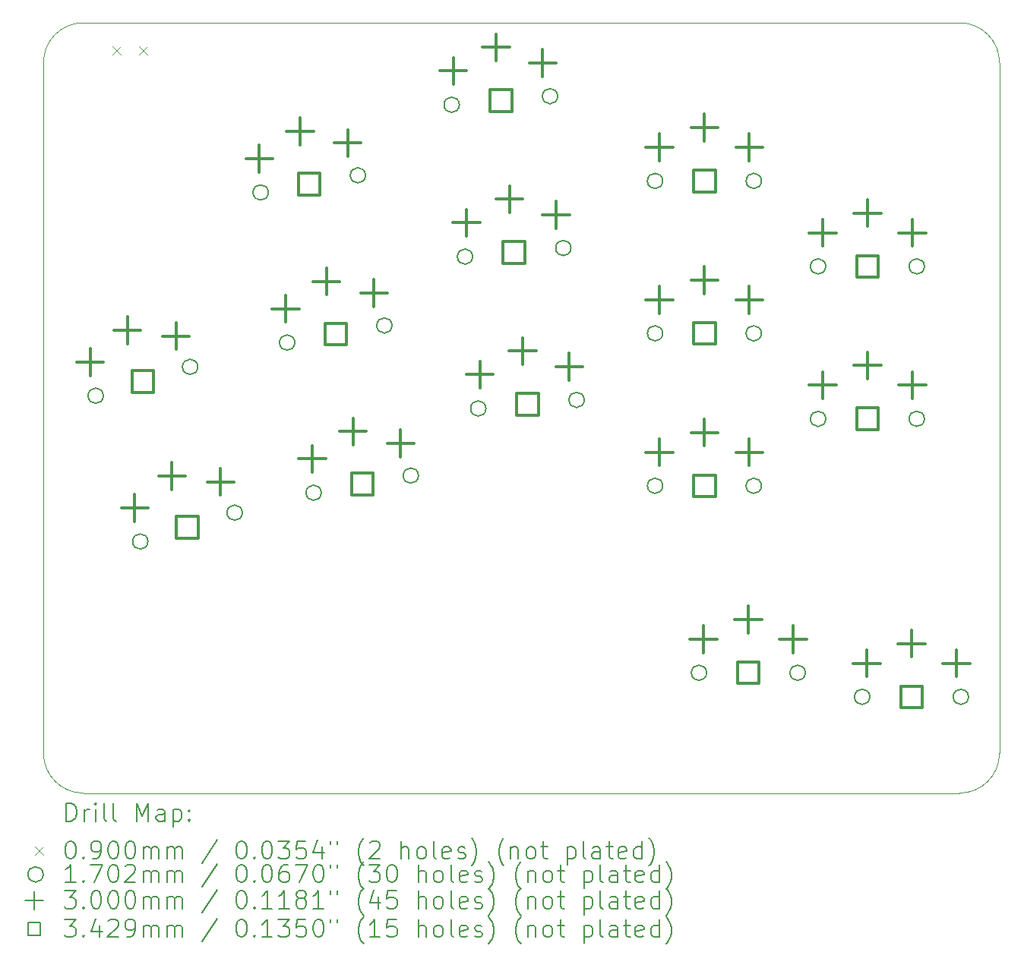
<source format=gbr>
%FSLAX45Y45*%
G04 Gerber Fmt 4.5, Leading zero omitted, Abs format (unit mm)*
G04 Created by KiCad (PCBNEW (6.0.4)) date 2022-07-21 23:49:03*
%MOMM*%
%LPD*%
G01*
G04 APERTURE LIST*
%TA.AperFunction,Profile*%
%ADD10C,0.050000*%
%TD*%
%ADD11C,0.200000*%
%ADD12C,0.090000*%
%ADD13C,0.170180*%
%ADD14C,0.300000*%
%ADD15C,0.342900*%
G04 APERTURE END LIST*
D10*
X14831618Y4125490D02*
X14831979Y11826325D01*
X4176485Y4125325D02*
G75*
G03*
X4620979Y3680825I444495J-5D01*
G01*
X14831985Y11826325D02*
G75*
G03*
X14387479Y12270825I-444505J-5D01*
G01*
X4620979Y3680825D02*
X14387118Y3680990D01*
X4176115Y11826612D02*
X4176479Y4125325D01*
X14387479Y12270825D02*
X4620615Y12271112D01*
X4620615Y12271112D02*
G75*
G03*
X4176115Y11826612I0J-444500D01*
G01*
X14387118Y3680991D02*
G75*
G03*
X14831618Y4125490I2J444499D01*
G01*
D11*
D12*
X4943941Y12005884D02*
X5033941Y11915884D01*
X5033941Y12005884D02*
X4943941Y11915884D01*
X5243941Y12005884D02*
X5333941Y11915884D01*
X5333941Y12005884D02*
X5243941Y11915884D01*
D13*
X4843348Y8112192D02*
G75*
G03*
X4843348Y8112192I-85090J0D01*
G01*
X5340380Y6486474D02*
G75*
G03*
X5340380Y6486474I-85090J0D01*
G01*
X5895283Y8433801D02*
G75*
G03*
X5895283Y8433801I-85090J0D01*
G01*
X6392315Y6808083D02*
G75*
G03*
X6392315Y6808083I-85090J0D01*
G01*
X6682157Y10379000D02*
G75*
G03*
X6682157Y10379000I-85090J0D01*
G01*
X6977359Y8704827D02*
G75*
G03*
X6977359Y8704827I-85090J0D01*
G01*
X7272560Y7030654D02*
G75*
G03*
X7272560Y7030654I-85090J0D01*
G01*
X7765445Y10570013D02*
G75*
G03*
X7765445Y10570013I-85090J0D01*
G01*
X8060647Y8895840D02*
G75*
G03*
X8060647Y8895840I-85090J0D01*
G01*
X8355849Y7221667D02*
G75*
G03*
X8355849Y7221667I-85090J0D01*
G01*
X8811183Y11357012D02*
G75*
G03*
X8811183Y11357012I-85090J0D01*
G01*
X8959347Y9663481D02*
G75*
G03*
X8959347Y9663481I-85090J0D01*
G01*
X9107512Y7969950D02*
G75*
G03*
X9107512Y7969950I-85090J0D01*
G01*
X9906997Y11452883D02*
G75*
G03*
X9906997Y11452883I-85090J0D01*
G01*
X10055161Y9759352D02*
G75*
G03*
X10055161Y9759352I-85090J0D01*
G01*
X10203326Y8065821D02*
G75*
G03*
X10203326Y8065821I-85090J0D01*
G01*
X11077569Y10507725D02*
G75*
G03*
X11077569Y10507725I-85090J0D01*
G01*
X11077569Y8807725D02*
G75*
G03*
X11077569Y8807725I-85090J0D01*
G01*
X11077569Y7107725D02*
G75*
G03*
X11077569Y7107725I-85090J0D01*
G01*
X11567205Y5022627D02*
G75*
G03*
X11567205Y5022627I-85090J0D01*
G01*
X12177569Y10507725D02*
G75*
G03*
X12177569Y10507725I-85090J0D01*
G01*
X12177569Y8807725D02*
G75*
G03*
X12177569Y8807725I-85090J0D01*
G01*
X12177569Y7107725D02*
G75*
G03*
X12177569Y7107725I-85090J0D01*
G01*
X12667205Y5022627D02*
G75*
G03*
X12667205Y5022627I-85090J0D01*
G01*
X12895039Y9554449D02*
G75*
G03*
X12895039Y9554449I-85090J0D01*
G01*
X12895039Y7854449D02*
G75*
G03*
X12895039Y7854449I-85090J0D01*
G01*
X13386269Y4754325D02*
G75*
G03*
X13386269Y4754325I-85090J0D01*
G01*
X13995039Y9554449D02*
G75*
G03*
X13995039Y9554449I-85090J0D01*
G01*
X13995039Y7854449D02*
G75*
G03*
X13995039Y7854449I-85090J0D01*
G01*
X14486269Y4754325D02*
G75*
G03*
X14486269Y4754325I-85090J0D01*
G01*
D14*
X4696434Y8635425D02*
X4696434Y8335425D01*
X4546434Y8485425D02*
X4846434Y8485425D01*
X5110265Y8991998D02*
X5110265Y8691998D01*
X4960265Y8841998D02*
X5260265Y8841998D01*
X5193466Y7009706D02*
X5193466Y6709706D01*
X5043466Y6859706D02*
X5343466Y6859706D01*
X5607297Y7366279D02*
X5607297Y7066279D01*
X5457297Y7216279D02*
X5757297Y7216279D01*
X5652739Y8927796D02*
X5652739Y8627796D01*
X5502739Y8777796D02*
X5802739Y8777796D01*
X6149771Y7302078D02*
X6149771Y7002078D01*
X5999771Y7152078D02*
X6299771Y7152078D01*
X6581189Y10906985D02*
X6581189Y10606985D01*
X6431189Y10756985D02*
X6731189Y10756985D01*
X6876391Y9232812D02*
X6876391Y8932812D01*
X6726391Y9082812D02*
X7026391Y9082812D01*
X7035390Y11210467D02*
X7035390Y10910467D01*
X6885390Y11060467D02*
X7185390Y11060467D01*
X7171593Y7558639D02*
X7171593Y7258639D01*
X7021593Y7408639D02*
X7321593Y7408639D01*
X7330592Y9536294D02*
X7330592Y9236294D01*
X7180592Y9386294D02*
X7480592Y9386294D01*
X7565997Y11080634D02*
X7565997Y10780634D01*
X7415997Y10930634D02*
X7715997Y10930634D01*
X7625794Y7862121D02*
X7625794Y7562121D01*
X7475794Y7712121D02*
X7775794Y7712121D01*
X7861199Y9406460D02*
X7861199Y9106460D01*
X7711199Y9256460D02*
X8011199Y9256460D01*
X8156401Y7732287D02*
X8156401Y7432287D01*
X8006401Y7582287D02*
X8306401Y7582287D01*
X8743219Y11884943D02*
X8743219Y11584943D01*
X8593219Y11734943D02*
X8893219Y11734943D01*
X8891384Y10191412D02*
X8891384Y9891412D01*
X8741384Y10041412D02*
X9041384Y10041412D01*
X9039548Y8497881D02*
X9039548Y8197881D01*
X8889548Y8347881D02*
X9189548Y8347881D01*
X9222142Y12147683D02*
X9222142Y11847683D01*
X9072142Y11997683D02*
X9372142Y11997683D01*
X9370307Y10454153D02*
X9370307Y10154153D01*
X9220307Y10304153D02*
X9520307Y10304153D01*
X9518471Y8760622D02*
X9518471Y8460622D01*
X9368471Y8610622D02*
X9668471Y8610622D01*
X9739414Y11972098D02*
X9739414Y11672098D01*
X9589414Y11822098D02*
X9889414Y11822098D01*
X9887578Y10278568D02*
X9887578Y9978568D01*
X9737578Y10128568D02*
X10037578Y10128568D01*
X10035743Y8585037D02*
X10035743Y8285036D01*
X9885743Y8435037D02*
X10185743Y8435037D01*
X11042479Y11032725D02*
X11042479Y10732725D01*
X10892479Y10882725D02*
X11192479Y10882725D01*
X11042479Y9332725D02*
X11042479Y9032725D01*
X10892479Y9182725D02*
X11192479Y9182725D01*
X11042479Y7632725D02*
X11042479Y7332725D01*
X10892479Y7482725D02*
X11192479Y7482725D01*
X11532115Y5547627D02*
X11532115Y5247627D01*
X11382115Y5397627D02*
X11682115Y5397627D01*
X11542479Y11252725D02*
X11542479Y10952725D01*
X11392479Y11102725D02*
X11692479Y11102725D01*
X11542479Y9552725D02*
X11542479Y9252725D01*
X11392479Y9402725D02*
X11692479Y9402725D01*
X11542479Y7852725D02*
X11542479Y7552725D01*
X11392479Y7702725D02*
X11692479Y7702725D01*
X12032115Y5767627D02*
X12032115Y5467627D01*
X11882115Y5617627D02*
X12182115Y5617627D01*
X12042479Y11032725D02*
X12042479Y10732725D01*
X11892479Y10882725D02*
X12192479Y10882725D01*
X12042479Y9332725D02*
X12042479Y9032725D01*
X11892479Y9182725D02*
X12192479Y9182725D01*
X12042479Y7632725D02*
X12042479Y7332725D01*
X11892479Y7482725D02*
X12192479Y7482725D01*
X12532115Y5547627D02*
X12532115Y5247627D01*
X12382115Y5397627D02*
X12682115Y5397627D01*
X12859949Y10079449D02*
X12859949Y9779449D01*
X12709949Y9929449D02*
X13009949Y9929449D01*
X12859949Y8379449D02*
X12859949Y8079449D01*
X12709949Y8229449D02*
X13009949Y8229449D01*
X13351179Y5279325D02*
X13351179Y4979325D01*
X13201179Y5129325D02*
X13501179Y5129325D01*
X13359949Y10299449D02*
X13359949Y9999449D01*
X13209949Y10149449D02*
X13509949Y10149449D01*
X13359949Y8599449D02*
X13359949Y8299449D01*
X13209949Y8449449D02*
X13509949Y8449449D01*
X13851179Y5499325D02*
X13851179Y5199325D01*
X13701179Y5349325D02*
X14001179Y5349325D01*
X13859949Y10079449D02*
X13859949Y9779449D01*
X13709949Y9929449D02*
X14009949Y9929449D01*
X13859949Y8379449D02*
X13859949Y8079449D01*
X13709949Y8229449D02*
X14009949Y8229449D01*
X14351179Y5279325D02*
X14351179Y4979325D01*
X14201179Y5129325D02*
X14501179Y5129325D01*
D15*
X5405461Y8151762D02*
X5405461Y8394231D01*
X5162991Y8394231D01*
X5162991Y8151762D01*
X5405461Y8151762D01*
X5902492Y6526044D02*
X5902492Y6768513D01*
X5660023Y6768513D01*
X5660023Y6526044D01*
X5902492Y6526044D01*
X7259946Y10353272D02*
X7259946Y10595741D01*
X7017476Y10595741D01*
X7017476Y10353272D01*
X7259946Y10353272D01*
X7555147Y8679099D02*
X7555147Y8921568D01*
X7312678Y8921568D01*
X7312678Y8679099D01*
X7555147Y8679099D01*
X7850349Y7004926D02*
X7850349Y7247395D01*
X7607880Y7247395D01*
X7607880Y7004926D01*
X7850349Y7004926D01*
X9395234Y11283713D02*
X9395234Y11526182D01*
X9152765Y11526182D01*
X9152765Y11283713D01*
X9395234Y11283713D01*
X9543399Y9590182D02*
X9543399Y9832651D01*
X9300930Y9832651D01*
X9300930Y9590182D01*
X9543399Y9590182D01*
X9691564Y7896651D02*
X9691564Y8139120D01*
X9449095Y8139120D01*
X9449095Y7896651D01*
X9691564Y7896651D01*
X11663714Y10386491D02*
X11663714Y10628960D01*
X11421244Y10628960D01*
X11421244Y10386491D01*
X11663714Y10386491D01*
X11663714Y8686491D02*
X11663714Y8928960D01*
X11421244Y8928960D01*
X11421244Y8686491D01*
X11663714Y8686491D01*
X11663714Y6986491D02*
X11663714Y7228960D01*
X11421244Y7228960D01*
X11421244Y6986491D01*
X11663714Y6986491D01*
X12153350Y4901393D02*
X12153350Y5143862D01*
X11910881Y5143862D01*
X11910881Y4901393D01*
X12153350Y4901393D01*
X13481184Y9433215D02*
X13481184Y9675684D01*
X13238715Y9675684D01*
X13238715Y9433215D01*
X13481184Y9433215D01*
X13481184Y7733214D02*
X13481184Y7975684D01*
X13238715Y7975684D01*
X13238715Y7733214D01*
X13481184Y7733214D01*
X13972414Y4633091D02*
X13972414Y4875560D01*
X13729945Y4875560D01*
X13729945Y4633091D01*
X13972414Y4633091D01*
D11*
X4431234Y3367849D02*
X4431234Y3567849D01*
X4478853Y3567849D01*
X4507424Y3558325D01*
X4526472Y3539278D01*
X4535996Y3520230D01*
X4545520Y3482135D01*
X4545520Y3453563D01*
X4535996Y3415468D01*
X4526472Y3396421D01*
X4507424Y3377373D01*
X4478853Y3367849D01*
X4431234Y3367849D01*
X4631234Y3367849D02*
X4631234Y3501182D01*
X4631234Y3463087D02*
X4640758Y3482135D01*
X4650282Y3491659D01*
X4669329Y3501182D01*
X4688377Y3501182D01*
X4755043Y3367849D02*
X4755043Y3501182D01*
X4755043Y3567849D02*
X4745520Y3558325D01*
X4755043Y3548801D01*
X4764567Y3558325D01*
X4755043Y3567849D01*
X4755043Y3548801D01*
X4878853Y3367849D02*
X4859805Y3377373D01*
X4850282Y3396421D01*
X4850282Y3567849D01*
X4983615Y3367849D02*
X4964567Y3377373D01*
X4955043Y3396421D01*
X4955043Y3567849D01*
X5212186Y3367849D02*
X5212186Y3567849D01*
X5278853Y3424992D01*
X5345520Y3567849D01*
X5345520Y3367849D01*
X5526472Y3367849D02*
X5526472Y3472611D01*
X5516948Y3491659D01*
X5497901Y3501182D01*
X5459805Y3501182D01*
X5440758Y3491659D01*
X5526472Y3377373D02*
X5507424Y3367849D01*
X5459805Y3367849D01*
X5440758Y3377373D01*
X5431234Y3396421D01*
X5431234Y3415468D01*
X5440758Y3434516D01*
X5459805Y3444040D01*
X5507424Y3444040D01*
X5526472Y3453563D01*
X5621710Y3501182D02*
X5621710Y3301182D01*
X5621710Y3491659D02*
X5640758Y3501182D01*
X5678853Y3501182D01*
X5697901Y3491659D01*
X5707424Y3482135D01*
X5716948Y3463087D01*
X5716948Y3405944D01*
X5707424Y3386897D01*
X5697901Y3377373D01*
X5678853Y3367849D01*
X5640758Y3367849D01*
X5621710Y3377373D01*
X5802662Y3386897D02*
X5812186Y3377373D01*
X5802662Y3367849D01*
X5793139Y3377373D01*
X5802662Y3386897D01*
X5802662Y3367849D01*
X5802662Y3491659D02*
X5812186Y3482135D01*
X5802662Y3472611D01*
X5793139Y3482135D01*
X5802662Y3491659D01*
X5802662Y3472611D01*
D12*
X4083615Y3083325D02*
X4173615Y2993325D01*
X4173615Y3083325D02*
X4083615Y2993325D01*
D11*
X4469329Y3147849D02*
X4488377Y3147849D01*
X4507424Y3138325D01*
X4516948Y3128801D01*
X4526472Y3109754D01*
X4535996Y3071659D01*
X4535996Y3024040D01*
X4526472Y2985944D01*
X4516948Y2966897D01*
X4507424Y2957373D01*
X4488377Y2947849D01*
X4469329Y2947849D01*
X4450282Y2957373D01*
X4440758Y2966897D01*
X4431234Y2985944D01*
X4421710Y3024040D01*
X4421710Y3071659D01*
X4431234Y3109754D01*
X4440758Y3128801D01*
X4450282Y3138325D01*
X4469329Y3147849D01*
X4621710Y2966897D02*
X4631234Y2957373D01*
X4621710Y2947849D01*
X4612186Y2957373D01*
X4621710Y2966897D01*
X4621710Y2947849D01*
X4726472Y2947849D02*
X4764567Y2947849D01*
X4783615Y2957373D01*
X4793139Y2966897D01*
X4812186Y2995468D01*
X4821710Y3033563D01*
X4821710Y3109754D01*
X4812186Y3128801D01*
X4802663Y3138325D01*
X4783615Y3147849D01*
X4745520Y3147849D01*
X4726472Y3138325D01*
X4716948Y3128801D01*
X4707424Y3109754D01*
X4707424Y3062135D01*
X4716948Y3043087D01*
X4726472Y3033563D01*
X4745520Y3024040D01*
X4783615Y3024040D01*
X4802663Y3033563D01*
X4812186Y3043087D01*
X4821710Y3062135D01*
X4945520Y3147849D02*
X4964567Y3147849D01*
X4983615Y3138325D01*
X4993139Y3128801D01*
X5002663Y3109754D01*
X5012186Y3071659D01*
X5012186Y3024040D01*
X5002663Y2985944D01*
X4993139Y2966897D01*
X4983615Y2957373D01*
X4964567Y2947849D01*
X4945520Y2947849D01*
X4926472Y2957373D01*
X4916948Y2966897D01*
X4907424Y2985944D01*
X4897901Y3024040D01*
X4897901Y3071659D01*
X4907424Y3109754D01*
X4916948Y3128801D01*
X4926472Y3138325D01*
X4945520Y3147849D01*
X5135996Y3147849D02*
X5155043Y3147849D01*
X5174091Y3138325D01*
X5183615Y3128801D01*
X5193139Y3109754D01*
X5202663Y3071659D01*
X5202663Y3024040D01*
X5193139Y2985944D01*
X5183615Y2966897D01*
X5174091Y2957373D01*
X5155043Y2947849D01*
X5135996Y2947849D01*
X5116948Y2957373D01*
X5107424Y2966897D01*
X5097901Y2985944D01*
X5088377Y3024040D01*
X5088377Y3071659D01*
X5097901Y3109754D01*
X5107424Y3128801D01*
X5116948Y3138325D01*
X5135996Y3147849D01*
X5288377Y2947849D02*
X5288377Y3081182D01*
X5288377Y3062135D02*
X5297901Y3071659D01*
X5316948Y3081182D01*
X5345520Y3081182D01*
X5364567Y3071659D01*
X5374091Y3052611D01*
X5374091Y2947849D01*
X5374091Y3052611D02*
X5383615Y3071659D01*
X5402663Y3081182D01*
X5431234Y3081182D01*
X5450282Y3071659D01*
X5459805Y3052611D01*
X5459805Y2947849D01*
X5555043Y2947849D02*
X5555043Y3081182D01*
X5555043Y3062135D02*
X5564567Y3071659D01*
X5583615Y3081182D01*
X5612186Y3081182D01*
X5631234Y3071659D01*
X5640758Y3052611D01*
X5640758Y2947849D01*
X5640758Y3052611D02*
X5650281Y3071659D01*
X5669329Y3081182D01*
X5697901Y3081182D01*
X5716948Y3071659D01*
X5726472Y3052611D01*
X5726472Y2947849D01*
X6116948Y3157373D02*
X5945520Y2900230D01*
X6374091Y3147849D02*
X6393139Y3147849D01*
X6412186Y3138325D01*
X6421710Y3128801D01*
X6431234Y3109754D01*
X6440758Y3071659D01*
X6440758Y3024040D01*
X6431234Y2985944D01*
X6421710Y2966897D01*
X6412186Y2957373D01*
X6393139Y2947849D01*
X6374091Y2947849D01*
X6355043Y2957373D01*
X6345520Y2966897D01*
X6335996Y2985944D01*
X6326472Y3024040D01*
X6326472Y3071659D01*
X6335996Y3109754D01*
X6345520Y3128801D01*
X6355043Y3138325D01*
X6374091Y3147849D01*
X6526472Y2966897D02*
X6535996Y2957373D01*
X6526472Y2947849D01*
X6516948Y2957373D01*
X6526472Y2966897D01*
X6526472Y2947849D01*
X6659805Y3147849D02*
X6678853Y3147849D01*
X6697901Y3138325D01*
X6707424Y3128801D01*
X6716948Y3109754D01*
X6726472Y3071659D01*
X6726472Y3024040D01*
X6716948Y2985944D01*
X6707424Y2966897D01*
X6697901Y2957373D01*
X6678853Y2947849D01*
X6659805Y2947849D01*
X6640758Y2957373D01*
X6631234Y2966897D01*
X6621710Y2985944D01*
X6612186Y3024040D01*
X6612186Y3071659D01*
X6621710Y3109754D01*
X6631234Y3128801D01*
X6640758Y3138325D01*
X6659805Y3147849D01*
X6793139Y3147849D02*
X6916948Y3147849D01*
X6850281Y3071659D01*
X6878853Y3071659D01*
X6897901Y3062135D01*
X6907424Y3052611D01*
X6916948Y3033563D01*
X6916948Y2985944D01*
X6907424Y2966897D01*
X6897901Y2957373D01*
X6878853Y2947849D01*
X6821710Y2947849D01*
X6802662Y2957373D01*
X6793139Y2966897D01*
X7097901Y3147849D02*
X7002662Y3147849D01*
X6993139Y3052611D01*
X7002662Y3062135D01*
X7021710Y3071659D01*
X7069329Y3071659D01*
X7088377Y3062135D01*
X7097901Y3052611D01*
X7107424Y3033563D01*
X7107424Y2985944D01*
X7097901Y2966897D01*
X7088377Y2957373D01*
X7069329Y2947849D01*
X7021710Y2947849D01*
X7002662Y2957373D01*
X6993139Y2966897D01*
X7278853Y3081182D02*
X7278853Y2947849D01*
X7231234Y3157373D02*
X7183615Y3014516D01*
X7307424Y3014516D01*
X7374091Y3147849D02*
X7374091Y3109754D01*
X7450281Y3147849D02*
X7450281Y3109754D01*
X7745520Y2871659D02*
X7735996Y2881182D01*
X7716948Y2909754D01*
X7707424Y2928801D01*
X7697901Y2957373D01*
X7688377Y3004992D01*
X7688377Y3043087D01*
X7697901Y3090706D01*
X7707424Y3119278D01*
X7716948Y3138325D01*
X7735996Y3166897D01*
X7745520Y3176421D01*
X7812186Y3128801D02*
X7821710Y3138325D01*
X7840758Y3147849D01*
X7888377Y3147849D01*
X7907424Y3138325D01*
X7916948Y3128801D01*
X7926472Y3109754D01*
X7926472Y3090706D01*
X7916948Y3062135D01*
X7802662Y2947849D01*
X7926472Y2947849D01*
X8164567Y2947849D02*
X8164567Y3147849D01*
X8250281Y2947849D02*
X8250281Y3052611D01*
X8240758Y3071659D01*
X8221710Y3081182D01*
X8193139Y3081182D01*
X8174091Y3071659D01*
X8164567Y3062135D01*
X8374091Y2947849D02*
X8355043Y2957373D01*
X8345520Y2966897D01*
X8335996Y2985944D01*
X8335996Y3043087D01*
X8345520Y3062135D01*
X8355043Y3071659D01*
X8374091Y3081182D01*
X8402663Y3081182D01*
X8421710Y3071659D01*
X8431234Y3062135D01*
X8440758Y3043087D01*
X8440758Y2985944D01*
X8431234Y2966897D01*
X8421710Y2957373D01*
X8402663Y2947849D01*
X8374091Y2947849D01*
X8555043Y2947849D02*
X8535996Y2957373D01*
X8526472Y2976421D01*
X8526472Y3147849D01*
X8707424Y2957373D02*
X8688377Y2947849D01*
X8650282Y2947849D01*
X8631234Y2957373D01*
X8621710Y2976421D01*
X8621710Y3052611D01*
X8631234Y3071659D01*
X8650282Y3081182D01*
X8688377Y3081182D01*
X8707424Y3071659D01*
X8716948Y3052611D01*
X8716948Y3033563D01*
X8621710Y3014516D01*
X8793139Y2957373D02*
X8812186Y2947849D01*
X8850282Y2947849D01*
X8869329Y2957373D01*
X8878853Y2976421D01*
X8878853Y2985944D01*
X8869329Y3004992D01*
X8850282Y3014516D01*
X8821710Y3014516D01*
X8802663Y3024040D01*
X8793139Y3043087D01*
X8793139Y3052611D01*
X8802663Y3071659D01*
X8821710Y3081182D01*
X8850282Y3081182D01*
X8869329Y3071659D01*
X8945520Y2871659D02*
X8955043Y2881182D01*
X8974091Y2909754D01*
X8983615Y2928801D01*
X8993139Y2957373D01*
X9002663Y3004992D01*
X9002663Y3043087D01*
X8993139Y3090706D01*
X8983615Y3119278D01*
X8974091Y3138325D01*
X8955043Y3166897D01*
X8945520Y3176421D01*
X9307424Y2871659D02*
X9297901Y2881182D01*
X9278853Y2909754D01*
X9269329Y2928801D01*
X9259805Y2957373D01*
X9250282Y3004992D01*
X9250282Y3043087D01*
X9259805Y3090706D01*
X9269329Y3119278D01*
X9278853Y3138325D01*
X9297901Y3166897D01*
X9307424Y3176421D01*
X9383615Y3081182D02*
X9383615Y2947849D01*
X9383615Y3062135D02*
X9393139Y3071659D01*
X9412186Y3081182D01*
X9440758Y3081182D01*
X9459805Y3071659D01*
X9469329Y3052611D01*
X9469329Y2947849D01*
X9593139Y2947849D02*
X9574091Y2957373D01*
X9564567Y2966897D01*
X9555043Y2985944D01*
X9555043Y3043087D01*
X9564567Y3062135D01*
X9574091Y3071659D01*
X9593139Y3081182D01*
X9621710Y3081182D01*
X9640758Y3071659D01*
X9650282Y3062135D01*
X9659805Y3043087D01*
X9659805Y2985944D01*
X9650282Y2966897D01*
X9640758Y2957373D01*
X9621710Y2947849D01*
X9593139Y2947849D01*
X9716948Y3081182D02*
X9793139Y3081182D01*
X9745520Y3147849D02*
X9745520Y2976421D01*
X9755043Y2957373D01*
X9774091Y2947849D01*
X9793139Y2947849D01*
X10012186Y3081182D02*
X10012186Y2881182D01*
X10012186Y3071659D02*
X10031234Y3081182D01*
X10069329Y3081182D01*
X10088377Y3071659D01*
X10097901Y3062135D01*
X10107424Y3043087D01*
X10107424Y2985944D01*
X10097901Y2966897D01*
X10088377Y2957373D01*
X10069329Y2947849D01*
X10031234Y2947849D01*
X10012186Y2957373D01*
X10221710Y2947849D02*
X10202663Y2957373D01*
X10193139Y2976421D01*
X10193139Y3147849D01*
X10383615Y2947849D02*
X10383615Y3052611D01*
X10374091Y3071659D01*
X10355043Y3081182D01*
X10316948Y3081182D01*
X10297901Y3071659D01*
X10383615Y2957373D02*
X10364567Y2947849D01*
X10316948Y2947849D01*
X10297901Y2957373D01*
X10288377Y2976421D01*
X10288377Y2995468D01*
X10297901Y3014516D01*
X10316948Y3024040D01*
X10364567Y3024040D01*
X10383615Y3033563D01*
X10450282Y3081182D02*
X10526472Y3081182D01*
X10478853Y3147849D02*
X10478853Y2976421D01*
X10488377Y2957373D01*
X10507424Y2947849D01*
X10526472Y2947849D01*
X10669329Y2957373D02*
X10650282Y2947849D01*
X10612186Y2947849D01*
X10593139Y2957373D01*
X10583615Y2976421D01*
X10583615Y3052611D01*
X10593139Y3071659D01*
X10612186Y3081182D01*
X10650282Y3081182D01*
X10669329Y3071659D01*
X10678853Y3052611D01*
X10678853Y3033563D01*
X10583615Y3014516D01*
X10850282Y2947849D02*
X10850282Y3147849D01*
X10850282Y2957373D02*
X10831234Y2947849D01*
X10793139Y2947849D01*
X10774091Y2957373D01*
X10764567Y2966897D01*
X10755043Y2985944D01*
X10755043Y3043087D01*
X10764567Y3062135D01*
X10774091Y3071659D01*
X10793139Y3081182D01*
X10831234Y3081182D01*
X10850282Y3071659D01*
X10926472Y2871659D02*
X10935996Y2881182D01*
X10955043Y2909754D01*
X10964567Y2928801D01*
X10974091Y2957373D01*
X10983615Y3004992D01*
X10983615Y3043087D01*
X10974091Y3090706D01*
X10964567Y3119278D01*
X10955043Y3138325D01*
X10935996Y3166897D01*
X10926472Y3176421D01*
D13*
X4173615Y2774325D02*
G75*
G03*
X4173615Y2774325I-85090J0D01*
G01*
D11*
X4535996Y2683849D02*
X4421710Y2683849D01*
X4478853Y2683849D02*
X4478853Y2883849D01*
X4459805Y2855278D01*
X4440758Y2836230D01*
X4421710Y2826706D01*
X4621710Y2702897D02*
X4631234Y2693373D01*
X4621710Y2683849D01*
X4612186Y2693373D01*
X4621710Y2702897D01*
X4621710Y2683849D01*
X4697901Y2883849D02*
X4831234Y2883849D01*
X4745520Y2683849D01*
X4945520Y2883849D02*
X4964567Y2883849D01*
X4983615Y2874325D01*
X4993139Y2864801D01*
X5002663Y2845754D01*
X5012186Y2807659D01*
X5012186Y2760040D01*
X5002663Y2721944D01*
X4993139Y2702897D01*
X4983615Y2693373D01*
X4964567Y2683849D01*
X4945520Y2683849D01*
X4926472Y2693373D01*
X4916948Y2702897D01*
X4907424Y2721944D01*
X4897901Y2760040D01*
X4897901Y2807659D01*
X4907424Y2845754D01*
X4916948Y2864801D01*
X4926472Y2874325D01*
X4945520Y2883849D01*
X5088377Y2864801D02*
X5097901Y2874325D01*
X5116948Y2883849D01*
X5164567Y2883849D01*
X5183615Y2874325D01*
X5193139Y2864801D01*
X5202663Y2845754D01*
X5202663Y2826706D01*
X5193139Y2798135D01*
X5078853Y2683849D01*
X5202663Y2683849D01*
X5288377Y2683849D02*
X5288377Y2817182D01*
X5288377Y2798135D02*
X5297901Y2807659D01*
X5316948Y2817182D01*
X5345520Y2817182D01*
X5364567Y2807659D01*
X5374091Y2788611D01*
X5374091Y2683849D01*
X5374091Y2788611D02*
X5383615Y2807659D01*
X5402663Y2817182D01*
X5431234Y2817182D01*
X5450282Y2807659D01*
X5459805Y2788611D01*
X5459805Y2683849D01*
X5555043Y2683849D02*
X5555043Y2817182D01*
X5555043Y2798135D02*
X5564567Y2807659D01*
X5583615Y2817182D01*
X5612186Y2817182D01*
X5631234Y2807659D01*
X5640758Y2788611D01*
X5640758Y2683849D01*
X5640758Y2788611D02*
X5650281Y2807659D01*
X5669329Y2817182D01*
X5697901Y2817182D01*
X5716948Y2807659D01*
X5726472Y2788611D01*
X5726472Y2683849D01*
X6116948Y2893373D02*
X5945520Y2636230D01*
X6374091Y2883849D02*
X6393139Y2883849D01*
X6412186Y2874325D01*
X6421710Y2864801D01*
X6431234Y2845754D01*
X6440758Y2807659D01*
X6440758Y2760040D01*
X6431234Y2721944D01*
X6421710Y2702897D01*
X6412186Y2693373D01*
X6393139Y2683849D01*
X6374091Y2683849D01*
X6355043Y2693373D01*
X6345520Y2702897D01*
X6335996Y2721944D01*
X6326472Y2760040D01*
X6326472Y2807659D01*
X6335996Y2845754D01*
X6345520Y2864801D01*
X6355043Y2874325D01*
X6374091Y2883849D01*
X6526472Y2702897D02*
X6535996Y2693373D01*
X6526472Y2683849D01*
X6516948Y2693373D01*
X6526472Y2702897D01*
X6526472Y2683849D01*
X6659805Y2883849D02*
X6678853Y2883849D01*
X6697901Y2874325D01*
X6707424Y2864801D01*
X6716948Y2845754D01*
X6726472Y2807659D01*
X6726472Y2760040D01*
X6716948Y2721944D01*
X6707424Y2702897D01*
X6697901Y2693373D01*
X6678853Y2683849D01*
X6659805Y2683849D01*
X6640758Y2693373D01*
X6631234Y2702897D01*
X6621710Y2721944D01*
X6612186Y2760040D01*
X6612186Y2807659D01*
X6621710Y2845754D01*
X6631234Y2864801D01*
X6640758Y2874325D01*
X6659805Y2883849D01*
X6897901Y2883849D02*
X6859805Y2883849D01*
X6840758Y2874325D01*
X6831234Y2864801D01*
X6812186Y2836230D01*
X6802662Y2798135D01*
X6802662Y2721944D01*
X6812186Y2702897D01*
X6821710Y2693373D01*
X6840758Y2683849D01*
X6878853Y2683849D01*
X6897901Y2693373D01*
X6907424Y2702897D01*
X6916948Y2721944D01*
X6916948Y2769563D01*
X6907424Y2788611D01*
X6897901Y2798135D01*
X6878853Y2807659D01*
X6840758Y2807659D01*
X6821710Y2798135D01*
X6812186Y2788611D01*
X6802662Y2769563D01*
X6983615Y2883849D02*
X7116948Y2883849D01*
X7031234Y2683849D01*
X7231234Y2883849D02*
X7250281Y2883849D01*
X7269329Y2874325D01*
X7278853Y2864801D01*
X7288377Y2845754D01*
X7297901Y2807659D01*
X7297901Y2760040D01*
X7288377Y2721944D01*
X7278853Y2702897D01*
X7269329Y2693373D01*
X7250281Y2683849D01*
X7231234Y2683849D01*
X7212186Y2693373D01*
X7202662Y2702897D01*
X7193139Y2721944D01*
X7183615Y2760040D01*
X7183615Y2807659D01*
X7193139Y2845754D01*
X7202662Y2864801D01*
X7212186Y2874325D01*
X7231234Y2883849D01*
X7374091Y2883849D02*
X7374091Y2845754D01*
X7450281Y2883849D02*
X7450281Y2845754D01*
X7745520Y2607659D02*
X7735996Y2617183D01*
X7716948Y2645754D01*
X7707424Y2664802D01*
X7697901Y2693373D01*
X7688377Y2740992D01*
X7688377Y2779087D01*
X7697901Y2826706D01*
X7707424Y2855278D01*
X7716948Y2874325D01*
X7735996Y2902897D01*
X7745520Y2912421D01*
X7802662Y2883849D02*
X7926472Y2883849D01*
X7859805Y2807659D01*
X7888377Y2807659D01*
X7907424Y2798135D01*
X7916948Y2788611D01*
X7926472Y2769563D01*
X7926472Y2721944D01*
X7916948Y2702897D01*
X7907424Y2693373D01*
X7888377Y2683849D01*
X7831234Y2683849D01*
X7812186Y2693373D01*
X7802662Y2702897D01*
X8050281Y2883849D02*
X8069329Y2883849D01*
X8088377Y2874325D01*
X8097901Y2864801D01*
X8107424Y2845754D01*
X8116948Y2807659D01*
X8116948Y2760040D01*
X8107424Y2721944D01*
X8097901Y2702897D01*
X8088377Y2693373D01*
X8069329Y2683849D01*
X8050281Y2683849D01*
X8031234Y2693373D01*
X8021710Y2702897D01*
X8012186Y2721944D01*
X8002662Y2760040D01*
X8002662Y2807659D01*
X8012186Y2845754D01*
X8021710Y2864801D01*
X8031234Y2874325D01*
X8050281Y2883849D01*
X8355043Y2683849D02*
X8355043Y2883849D01*
X8440758Y2683849D02*
X8440758Y2788611D01*
X8431234Y2807659D01*
X8412186Y2817182D01*
X8383615Y2817182D01*
X8364567Y2807659D01*
X8355043Y2798135D01*
X8564567Y2683849D02*
X8545520Y2693373D01*
X8535996Y2702897D01*
X8526472Y2721944D01*
X8526472Y2779087D01*
X8535996Y2798135D01*
X8545520Y2807659D01*
X8564567Y2817182D01*
X8593139Y2817182D01*
X8612186Y2807659D01*
X8621710Y2798135D01*
X8631234Y2779087D01*
X8631234Y2721944D01*
X8621710Y2702897D01*
X8612186Y2693373D01*
X8593139Y2683849D01*
X8564567Y2683849D01*
X8745520Y2683849D02*
X8726472Y2693373D01*
X8716948Y2712421D01*
X8716948Y2883849D01*
X8897901Y2693373D02*
X8878853Y2683849D01*
X8840758Y2683849D01*
X8821710Y2693373D01*
X8812186Y2712421D01*
X8812186Y2788611D01*
X8821710Y2807659D01*
X8840758Y2817182D01*
X8878853Y2817182D01*
X8897901Y2807659D01*
X8907424Y2788611D01*
X8907424Y2769563D01*
X8812186Y2750516D01*
X8983615Y2693373D02*
X9002663Y2683849D01*
X9040758Y2683849D01*
X9059805Y2693373D01*
X9069329Y2712421D01*
X9069329Y2721944D01*
X9059805Y2740992D01*
X9040758Y2750516D01*
X9012186Y2750516D01*
X8993139Y2760040D01*
X8983615Y2779087D01*
X8983615Y2788611D01*
X8993139Y2807659D01*
X9012186Y2817182D01*
X9040758Y2817182D01*
X9059805Y2807659D01*
X9135996Y2607659D02*
X9145520Y2617183D01*
X9164567Y2645754D01*
X9174091Y2664802D01*
X9183615Y2693373D01*
X9193139Y2740992D01*
X9193139Y2779087D01*
X9183615Y2826706D01*
X9174091Y2855278D01*
X9164567Y2874325D01*
X9145520Y2902897D01*
X9135996Y2912421D01*
X9497901Y2607659D02*
X9488377Y2617183D01*
X9469329Y2645754D01*
X9459805Y2664802D01*
X9450282Y2693373D01*
X9440758Y2740992D01*
X9440758Y2779087D01*
X9450282Y2826706D01*
X9459805Y2855278D01*
X9469329Y2874325D01*
X9488377Y2902897D01*
X9497901Y2912421D01*
X9574091Y2817182D02*
X9574091Y2683849D01*
X9574091Y2798135D02*
X9583615Y2807659D01*
X9602663Y2817182D01*
X9631234Y2817182D01*
X9650282Y2807659D01*
X9659805Y2788611D01*
X9659805Y2683849D01*
X9783615Y2683849D02*
X9764567Y2693373D01*
X9755043Y2702897D01*
X9745520Y2721944D01*
X9745520Y2779087D01*
X9755043Y2798135D01*
X9764567Y2807659D01*
X9783615Y2817182D01*
X9812186Y2817182D01*
X9831234Y2807659D01*
X9840758Y2798135D01*
X9850282Y2779087D01*
X9850282Y2721944D01*
X9840758Y2702897D01*
X9831234Y2693373D01*
X9812186Y2683849D01*
X9783615Y2683849D01*
X9907424Y2817182D02*
X9983615Y2817182D01*
X9935996Y2883849D02*
X9935996Y2712421D01*
X9945520Y2693373D01*
X9964567Y2683849D01*
X9983615Y2683849D01*
X10202663Y2817182D02*
X10202663Y2617183D01*
X10202663Y2807659D02*
X10221710Y2817182D01*
X10259805Y2817182D01*
X10278853Y2807659D01*
X10288377Y2798135D01*
X10297901Y2779087D01*
X10297901Y2721944D01*
X10288377Y2702897D01*
X10278853Y2693373D01*
X10259805Y2683849D01*
X10221710Y2683849D01*
X10202663Y2693373D01*
X10412186Y2683849D02*
X10393139Y2693373D01*
X10383615Y2712421D01*
X10383615Y2883849D01*
X10574091Y2683849D02*
X10574091Y2788611D01*
X10564567Y2807659D01*
X10545520Y2817182D01*
X10507424Y2817182D01*
X10488377Y2807659D01*
X10574091Y2693373D02*
X10555043Y2683849D01*
X10507424Y2683849D01*
X10488377Y2693373D01*
X10478853Y2712421D01*
X10478853Y2731468D01*
X10488377Y2750516D01*
X10507424Y2760040D01*
X10555043Y2760040D01*
X10574091Y2769563D01*
X10640758Y2817182D02*
X10716948Y2817182D01*
X10669329Y2883849D02*
X10669329Y2712421D01*
X10678853Y2693373D01*
X10697901Y2683849D01*
X10716948Y2683849D01*
X10859805Y2693373D02*
X10840758Y2683849D01*
X10802663Y2683849D01*
X10783615Y2693373D01*
X10774091Y2712421D01*
X10774091Y2788611D01*
X10783615Y2807659D01*
X10802663Y2817182D01*
X10840758Y2817182D01*
X10859805Y2807659D01*
X10869329Y2788611D01*
X10869329Y2769563D01*
X10774091Y2750516D01*
X11040758Y2683849D02*
X11040758Y2883849D01*
X11040758Y2693373D02*
X11021710Y2683849D01*
X10983615Y2683849D01*
X10964567Y2693373D01*
X10955043Y2702897D01*
X10945520Y2721944D01*
X10945520Y2779087D01*
X10955043Y2798135D01*
X10964567Y2807659D01*
X10983615Y2817182D01*
X11021710Y2817182D01*
X11040758Y2807659D01*
X11116948Y2607659D02*
X11126472Y2617183D01*
X11145520Y2645754D01*
X11155043Y2664802D01*
X11164567Y2693373D01*
X11174091Y2740992D01*
X11174091Y2779087D01*
X11164567Y2826706D01*
X11155043Y2855278D01*
X11145520Y2874325D01*
X11126472Y2902897D01*
X11116948Y2912421D01*
X4073615Y2584145D02*
X4073615Y2384145D01*
X3973615Y2484145D02*
X4173615Y2484145D01*
X4412186Y2593669D02*
X4535996Y2593669D01*
X4469329Y2517479D01*
X4497901Y2517479D01*
X4516948Y2507955D01*
X4526472Y2498431D01*
X4535996Y2479383D01*
X4535996Y2431764D01*
X4526472Y2412717D01*
X4516948Y2403193D01*
X4497901Y2393669D01*
X4440758Y2393669D01*
X4421710Y2403193D01*
X4412186Y2412717D01*
X4621710Y2412717D02*
X4631234Y2403193D01*
X4621710Y2393669D01*
X4612186Y2403193D01*
X4621710Y2412717D01*
X4621710Y2393669D01*
X4755043Y2593669D02*
X4774091Y2593669D01*
X4793139Y2584145D01*
X4802663Y2574622D01*
X4812186Y2555574D01*
X4821710Y2517479D01*
X4821710Y2469860D01*
X4812186Y2431764D01*
X4802663Y2412717D01*
X4793139Y2403193D01*
X4774091Y2393669D01*
X4755043Y2393669D01*
X4735996Y2403193D01*
X4726472Y2412717D01*
X4716948Y2431764D01*
X4707424Y2469860D01*
X4707424Y2517479D01*
X4716948Y2555574D01*
X4726472Y2574622D01*
X4735996Y2584145D01*
X4755043Y2593669D01*
X4945520Y2593669D02*
X4964567Y2593669D01*
X4983615Y2584145D01*
X4993139Y2574622D01*
X5002663Y2555574D01*
X5012186Y2517479D01*
X5012186Y2469860D01*
X5002663Y2431764D01*
X4993139Y2412717D01*
X4983615Y2403193D01*
X4964567Y2393669D01*
X4945520Y2393669D01*
X4926472Y2403193D01*
X4916948Y2412717D01*
X4907424Y2431764D01*
X4897901Y2469860D01*
X4897901Y2517479D01*
X4907424Y2555574D01*
X4916948Y2574622D01*
X4926472Y2584145D01*
X4945520Y2593669D01*
X5135996Y2593669D02*
X5155043Y2593669D01*
X5174091Y2584145D01*
X5183615Y2574622D01*
X5193139Y2555574D01*
X5202663Y2517479D01*
X5202663Y2469860D01*
X5193139Y2431764D01*
X5183615Y2412717D01*
X5174091Y2403193D01*
X5155043Y2393669D01*
X5135996Y2393669D01*
X5116948Y2403193D01*
X5107424Y2412717D01*
X5097901Y2431764D01*
X5088377Y2469860D01*
X5088377Y2517479D01*
X5097901Y2555574D01*
X5107424Y2574622D01*
X5116948Y2584145D01*
X5135996Y2593669D01*
X5288377Y2393669D02*
X5288377Y2527003D01*
X5288377Y2507955D02*
X5297901Y2517479D01*
X5316948Y2527003D01*
X5345520Y2527003D01*
X5364567Y2517479D01*
X5374091Y2498431D01*
X5374091Y2393669D01*
X5374091Y2498431D02*
X5383615Y2517479D01*
X5402663Y2527003D01*
X5431234Y2527003D01*
X5450282Y2517479D01*
X5459805Y2498431D01*
X5459805Y2393669D01*
X5555043Y2393669D02*
X5555043Y2527003D01*
X5555043Y2507955D02*
X5564567Y2517479D01*
X5583615Y2527003D01*
X5612186Y2527003D01*
X5631234Y2517479D01*
X5640758Y2498431D01*
X5640758Y2393669D01*
X5640758Y2498431D02*
X5650281Y2517479D01*
X5669329Y2527003D01*
X5697901Y2527003D01*
X5716948Y2517479D01*
X5726472Y2498431D01*
X5726472Y2393669D01*
X6116948Y2603193D02*
X5945520Y2346050D01*
X6374091Y2593669D02*
X6393139Y2593669D01*
X6412186Y2584145D01*
X6421710Y2574622D01*
X6431234Y2555574D01*
X6440758Y2517479D01*
X6440758Y2469860D01*
X6431234Y2431764D01*
X6421710Y2412717D01*
X6412186Y2403193D01*
X6393139Y2393669D01*
X6374091Y2393669D01*
X6355043Y2403193D01*
X6345520Y2412717D01*
X6335996Y2431764D01*
X6326472Y2469860D01*
X6326472Y2517479D01*
X6335996Y2555574D01*
X6345520Y2574622D01*
X6355043Y2584145D01*
X6374091Y2593669D01*
X6526472Y2412717D02*
X6535996Y2403193D01*
X6526472Y2393669D01*
X6516948Y2403193D01*
X6526472Y2412717D01*
X6526472Y2393669D01*
X6726472Y2393669D02*
X6612186Y2393669D01*
X6669329Y2393669D02*
X6669329Y2593669D01*
X6650281Y2565098D01*
X6631234Y2546050D01*
X6612186Y2536526D01*
X6916948Y2393669D02*
X6802662Y2393669D01*
X6859805Y2393669D02*
X6859805Y2593669D01*
X6840758Y2565098D01*
X6821710Y2546050D01*
X6802662Y2536526D01*
X7031234Y2507955D02*
X7012186Y2517479D01*
X7002662Y2527003D01*
X6993139Y2546050D01*
X6993139Y2555574D01*
X7002662Y2574622D01*
X7012186Y2584145D01*
X7031234Y2593669D01*
X7069329Y2593669D01*
X7088377Y2584145D01*
X7097901Y2574622D01*
X7107424Y2555574D01*
X7107424Y2546050D01*
X7097901Y2527003D01*
X7088377Y2517479D01*
X7069329Y2507955D01*
X7031234Y2507955D01*
X7012186Y2498431D01*
X7002662Y2488907D01*
X6993139Y2469860D01*
X6993139Y2431764D01*
X7002662Y2412717D01*
X7012186Y2403193D01*
X7031234Y2393669D01*
X7069329Y2393669D01*
X7088377Y2403193D01*
X7097901Y2412717D01*
X7107424Y2431764D01*
X7107424Y2469860D01*
X7097901Y2488907D01*
X7088377Y2498431D01*
X7069329Y2507955D01*
X7297901Y2393669D02*
X7183615Y2393669D01*
X7240758Y2393669D02*
X7240758Y2593669D01*
X7221710Y2565098D01*
X7202662Y2546050D01*
X7183615Y2536526D01*
X7374091Y2593669D02*
X7374091Y2555574D01*
X7450281Y2593669D02*
X7450281Y2555574D01*
X7745520Y2317479D02*
X7735996Y2327003D01*
X7716948Y2355574D01*
X7707424Y2374622D01*
X7697901Y2403193D01*
X7688377Y2450812D01*
X7688377Y2488907D01*
X7697901Y2536526D01*
X7707424Y2565098D01*
X7716948Y2584145D01*
X7735996Y2612717D01*
X7745520Y2622241D01*
X7907424Y2527003D02*
X7907424Y2393669D01*
X7859805Y2603193D02*
X7812186Y2460336D01*
X7935996Y2460336D01*
X8107424Y2593669D02*
X8012186Y2593669D01*
X8002662Y2498431D01*
X8012186Y2507955D01*
X8031234Y2517479D01*
X8078853Y2517479D01*
X8097901Y2507955D01*
X8107424Y2498431D01*
X8116948Y2479383D01*
X8116948Y2431764D01*
X8107424Y2412717D01*
X8097901Y2403193D01*
X8078853Y2393669D01*
X8031234Y2393669D01*
X8012186Y2403193D01*
X8002662Y2412717D01*
X8355043Y2393669D02*
X8355043Y2593669D01*
X8440758Y2393669D02*
X8440758Y2498431D01*
X8431234Y2517479D01*
X8412186Y2527003D01*
X8383615Y2527003D01*
X8364567Y2517479D01*
X8355043Y2507955D01*
X8564567Y2393669D02*
X8545520Y2403193D01*
X8535996Y2412717D01*
X8526472Y2431764D01*
X8526472Y2488907D01*
X8535996Y2507955D01*
X8545520Y2517479D01*
X8564567Y2527003D01*
X8593139Y2527003D01*
X8612186Y2517479D01*
X8621710Y2507955D01*
X8631234Y2488907D01*
X8631234Y2431764D01*
X8621710Y2412717D01*
X8612186Y2403193D01*
X8593139Y2393669D01*
X8564567Y2393669D01*
X8745520Y2393669D02*
X8726472Y2403193D01*
X8716948Y2422241D01*
X8716948Y2593669D01*
X8897901Y2403193D02*
X8878853Y2393669D01*
X8840758Y2393669D01*
X8821710Y2403193D01*
X8812186Y2422241D01*
X8812186Y2498431D01*
X8821710Y2517479D01*
X8840758Y2527003D01*
X8878853Y2527003D01*
X8897901Y2517479D01*
X8907424Y2498431D01*
X8907424Y2479383D01*
X8812186Y2460336D01*
X8983615Y2403193D02*
X9002663Y2393669D01*
X9040758Y2393669D01*
X9059805Y2403193D01*
X9069329Y2422241D01*
X9069329Y2431764D01*
X9059805Y2450812D01*
X9040758Y2460336D01*
X9012186Y2460336D01*
X8993139Y2469860D01*
X8983615Y2488907D01*
X8983615Y2498431D01*
X8993139Y2517479D01*
X9012186Y2527003D01*
X9040758Y2527003D01*
X9059805Y2517479D01*
X9135996Y2317479D02*
X9145520Y2327003D01*
X9164567Y2355574D01*
X9174091Y2374622D01*
X9183615Y2403193D01*
X9193139Y2450812D01*
X9193139Y2488907D01*
X9183615Y2536526D01*
X9174091Y2565098D01*
X9164567Y2584145D01*
X9145520Y2612717D01*
X9135996Y2622241D01*
X9497901Y2317479D02*
X9488377Y2327003D01*
X9469329Y2355574D01*
X9459805Y2374622D01*
X9450282Y2403193D01*
X9440758Y2450812D01*
X9440758Y2488907D01*
X9450282Y2536526D01*
X9459805Y2565098D01*
X9469329Y2584145D01*
X9488377Y2612717D01*
X9497901Y2622241D01*
X9574091Y2527003D02*
X9574091Y2393669D01*
X9574091Y2507955D02*
X9583615Y2517479D01*
X9602663Y2527003D01*
X9631234Y2527003D01*
X9650282Y2517479D01*
X9659805Y2498431D01*
X9659805Y2393669D01*
X9783615Y2393669D02*
X9764567Y2403193D01*
X9755043Y2412717D01*
X9745520Y2431764D01*
X9745520Y2488907D01*
X9755043Y2507955D01*
X9764567Y2517479D01*
X9783615Y2527003D01*
X9812186Y2527003D01*
X9831234Y2517479D01*
X9840758Y2507955D01*
X9850282Y2488907D01*
X9850282Y2431764D01*
X9840758Y2412717D01*
X9831234Y2403193D01*
X9812186Y2393669D01*
X9783615Y2393669D01*
X9907424Y2527003D02*
X9983615Y2527003D01*
X9935996Y2593669D02*
X9935996Y2422241D01*
X9945520Y2403193D01*
X9964567Y2393669D01*
X9983615Y2393669D01*
X10202663Y2527003D02*
X10202663Y2327003D01*
X10202663Y2517479D02*
X10221710Y2527003D01*
X10259805Y2527003D01*
X10278853Y2517479D01*
X10288377Y2507955D01*
X10297901Y2488907D01*
X10297901Y2431764D01*
X10288377Y2412717D01*
X10278853Y2403193D01*
X10259805Y2393669D01*
X10221710Y2393669D01*
X10202663Y2403193D01*
X10412186Y2393669D02*
X10393139Y2403193D01*
X10383615Y2422241D01*
X10383615Y2593669D01*
X10574091Y2393669D02*
X10574091Y2498431D01*
X10564567Y2517479D01*
X10545520Y2527003D01*
X10507424Y2527003D01*
X10488377Y2517479D01*
X10574091Y2403193D02*
X10555043Y2393669D01*
X10507424Y2393669D01*
X10488377Y2403193D01*
X10478853Y2422241D01*
X10478853Y2441288D01*
X10488377Y2460336D01*
X10507424Y2469860D01*
X10555043Y2469860D01*
X10574091Y2479383D01*
X10640758Y2527003D02*
X10716948Y2527003D01*
X10669329Y2593669D02*
X10669329Y2422241D01*
X10678853Y2403193D01*
X10697901Y2393669D01*
X10716948Y2393669D01*
X10859805Y2403193D02*
X10840758Y2393669D01*
X10802663Y2393669D01*
X10783615Y2403193D01*
X10774091Y2422241D01*
X10774091Y2498431D01*
X10783615Y2517479D01*
X10802663Y2527003D01*
X10840758Y2527003D01*
X10859805Y2517479D01*
X10869329Y2498431D01*
X10869329Y2479383D01*
X10774091Y2460336D01*
X11040758Y2393669D02*
X11040758Y2593669D01*
X11040758Y2403193D02*
X11021710Y2393669D01*
X10983615Y2393669D01*
X10964567Y2403193D01*
X10955043Y2412717D01*
X10945520Y2431764D01*
X10945520Y2488907D01*
X10955043Y2507955D01*
X10964567Y2517479D01*
X10983615Y2527003D01*
X11021710Y2527003D01*
X11040758Y2517479D01*
X11116948Y2317479D02*
X11126472Y2327003D01*
X11145520Y2355574D01*
X11155043Y2374622D01*
X11164567Y2403193D01*
X11174091Y2450812D01*
X11174091Y2488907D01*
X11164567Y2536526D01*
X11155043Y2565098D01*
X11145520Y2584145D01*
X11126472Y2612717D01*
X11116948Y2622241D01*
X4144326Y2093434D02*
X4144326Y2234857D01*
X4002903Y2234857D01*
X4002903Y2093434D01*
X4144326Y2093434D01*
X4412186Y2273669D02*
X4535996Y2273669D01*
X4469329Y2197479D01*
X4497901Y2197479D01*
X4516948Y2187955D01*
X4526472Y2178431D01*
X4535996Y2159383D01*
X4535996Y2111764D01*
X4526472Y2092717D01*
X4516948Y2083193D01*
X4497901Y2073669D01*
X4440758Y2073669D01*
X4421710Y2083193D01*
X4412186Y2092717D01*
X4621710Y2092717D02*
X4631234Y2083193D01*
X4621710Y2073669D01*
X4612186Y2083193D01*
X4621710Y2092717D01*
X4621710Y2073669D01*
X4802663Y2207003D02*
X4802663Y2073669D01*
X4755043Y2283193D02*
X4707424Y2140336D01*
X4831234Y2140336D01*
X4897901Y2254622D02*
X4907424Y2264145D01*
X4926472Y2273669D01*
X4974091Y2273669D01*
X4993139Y2264145D01*
X5002663Y2254622D01*
X5012186Y2235574D01*
X5012186Y2216526D01*
X5002663Y2187955D01*
X4888377Y2073669D01*
X5012186Y2073669D01*
X5107424Y2073669D02*
X5145520Y2073669D01*
X5164567Y2083193D01*
X5174091Y2092717D01*
X5193139Y2121288D01*
X5202663Y2159383D01*
X5202663Y2235574D01*
X5193139Y2254622D01*
X5183615Y2264145D01*
X5164567Y2273669D01*
X5126472Y2273669D01*
X5107424Y2264145D01*
X5097901Y2254622D01*
X5088377Y2235574D01*
X5088377Y2187955D01*
X5097901Y2168907D01*
X5107424Y2159383D01*
X5126472Y2149860D01*
X5164567Y2149860D01*
X5183615Y2159383D01*
X5193139Y2168907D01*
X5202663Y2187955D01*
X5288377Y2073669D02*
X5288377Y2207003D01*
X5288377Y2187955D02*
X5297901Y2197479D01*
X5316948Y2207003D01*
X5345520Y2207003D01*
X5364567Y2197479D01*
X5374091Y2178431D01*
X5374091Y2073669D01*
X5374091Y2178431D02*
X5383615Y2197479D01*
X5402663Y2207003D01*
X5431234Y2207003D01*
X5450282Y2197479D01*
X5459805Y2178431D01*
X5459805Y2073669D01*
X5555043Y2073669D02*
X5555043Y2207003D01*
X5555043Y2187955D02*
X5564567Y2197479D01*
X5583615Y2207003D01*
X5612186Y2207003D01*
X5631234Y2197479D01*
X5640758Y2178431D01*
X5640758Y2073669D01*
X5640758Y2178431D02*
X5650281Y2197479D01*
X5669329Y2207003D01*
X5697901Y2207003D01*
X5716948Y2197479D01*
X5726472Y2178431D01*
X5726472Y2073669D01*
X6116948Y2283193D02*
X5945520Y2026050D01*
X6374091Y2273669D02*
X6393139Y2273669D01*
X6412186Y2264145D01*
X6421710Y2254622D01*
X6431234Y2235574D01*
X6440758Y2197479D01*
X6440758Y2149860D01*
X6431234Y2111764D01*
X6421710Y2092717D01*
X6412186Y2083193D01*
X6393139Y2073669D01*
X6374091Y2073669D01*
X6355043Y2083193D01*
X6345520Y2092717D01*
X6335996Y2111764D01*
X6326472Y2149860D01*
X6326472Y2197479D01*
X6335996Y2235574D01*
X6345520Y2254622D01*
X6355043Y2264145D01*
X6374091Y2273669D01*
X6526472Y2092717D02*
X6535996Y2083193D01*
X6526472Y2073669D01*
X6516948Y2083193D01*
X6526472Y2092717D01*
X6526472Y2073669D01*
X6726472Y2073669D02*
X6612186Y2073669D01*
X6669329Y2073669D02*
X6669329Y2273669D01*
X6650281Y2245098D01*
X6631234Y2226050D01*
X6612186Y2216526D01*
X6793139Y2273669D02*
X6916948Y2273669D01*
X6850281Y2197479D01*
X6878853Y2197479D01*
X6897901Y2187955D01*
X6907424Y2178431D01*
X6916948Y2159383D01*
X6916948Y2111764D01*
X6907424Y2092717D01*
X6897901Y2083193D01*
X6878853Y2073669D01*
X6821710Y2073669D01*
X6802662Y2083193D01*
X6793139Y2092717D01*
X7097901Y2273669D02*
X7002662Y2273669D01*
X6993139Y2178431D01*
X7002662Y2187955D01*
X7021710Y2197479D01*
X7069329Y2197479D01*
X7088377Y2187955D01*
X7097901Y2178431D01*
X7107424Y2159383D01*
X7107424Y2111764D01*
X7097901Y2092717D01*
X7088377Y2083193D01*
X7069329Y2073669D01*
X7021710Y2073669D01*
X7002662Y2083193D01*
X6993139Y2092717D01*
X7231234Y2273669D02*
X7250281Y2273669D01*
X7269329Y2264145D01*
X7278853Y2254622D01*
X7288377Y2235574D01*
X7297901Y2197479D01*
X7297901Y2149860D01*
X7288377Y2111764D01*
X7278853Y2092717D01*
X7269329Y2083193D01*
X7250281Y2073669D01*
X7231234Y2073669D01*
X7212186Y2083193D01*
X7202662Y2092717D01*
X7193139Y2111764D01*
X7183615Y2149860D01*
X7183615Y2197479D01*
X7193139Y2235574D01*
X7202662Y2254622D01*
X7212186Y2264145D01*
X7231234Y2273669D01*
X7374091Y2273669D02*
X7374091Y2235574D01*
X7450281Y2273669D02*
X7450281Y2235574D01*
X7745520Y1997479D02*
X7735996Y2007002D01*
X7716948Y2035574D01*
X7707424Y2054621D01*
X7697901Y2083193D01*
X7688377Y2130812D01*
X7688377Y2168907D01*
X7697901Y2216526D01*
X7707424Y2245098D01*
X7716948Y2264145D01*
X7735996Y2292717D01*
X7745520Y2302241D01*
X7926472Y2073669D02*
X7812186Y2073669D01*
X7869329Y2073669D02*
X7869329Y2273669D01*
X7850281Y2245098D01*
X7831234Y2226050D01*
X7812186Y2216526D01*
X8107424Y2273669D02*
X8012186Y2273669D01*
X8002662Y2178431D01*
X8012186Y2187955D01*
X8031234Y2197479D01*
X8078853Y2197479D01*
X8097901Y2187955D01*
X8107424Y2178431D01*
X8116948Y2159383D01*
X8116948Y2111764D01*
X8107424Y2092717D01*
X8097901Y2083193D01*
X8078853Y2073669D01*
X8031234Y2073669D01*
X8012186Y2083193D01*
X8002662Y2092717D01*
X8355043Y2073669D02*
X8355043Y2273669D01*
X8440758Y2073669D02*
X8440758Y2178431D01*
X8431234Y2197479D01*
X8412186Y2207003D01*
X8383615Y2207003D01*
X8364567Y2197479D01*
X8355043Y2187955D01*
X8564567Y2073669D02*
X8545520Y2083193D01*
X8535996Y2092717D01*
X8526472Y2111764D01*
X8526472Y2168907D01*
X8535996Y2187955D01*
X8545520Y2197479D01*
X8564567Y2207003D01*
X8593139Y2207003D01*
X8612186Y2197479D01*
X8621710Y2187955D01*
X8631234Y2168907D01*
X8631234Y2111764D01*
X8621710Y2092717D01*
X8612186Y2083193D01*
X8593139Y2073669D01*
X8564567Y2073669D01*
X8745520Y2073669D02*
X8726472Y2083193D01*
X8716948Y2102241D01*
X8716948Y2273669D01*
X8897901Y2083193D02*
X8878853Y2073669D01*
X8840758Y2073669D01*
X8821710Y2083193D01*
X8812186Y2102241D01*
X8812186Y2178431D01*
X8821710Y2197479D01*
X8840758Y2207003D01*
X8878853Y2207003D01*
X8897901Y2197479D01*
X8907424Y2178431D01*
X8907424Y2159383D01*
X8812186Y2140336D01*
X8983615Y2083193D02*
X9002663Y2073669D01*
X9040758Y2073669D01*
X9059805Y2083193D01*
X9069329Y2102241D01*
X9069329Y2111764D01*
X9059805Y2130812D01*
X9040758Y2140336D01*
X9012186Y2140336D01*
X8993139Y2149860D01*
X8983615Y2168907D01*
X8983615Y2178431D01*
X8993139Y2197479D01*
X9012186Y2207003D01*
X9040758Y2207003D01*
X9059805Y2197479D01*
X9135996Y1997479D02*
X9145520Y2007002D01*
X9164567Y2035574D01*
X9174091Y2054621D01*
X9183615Y2083193D01*
X9193139Y2130812D01*
X9193139Y2168907D01*
X9183615Y2216526D01*
X9174091Y2245098D01*
X9164567Y2264145D01*
X9145520Y2292717D01*
X9135996Y2302241D01*
X9497901Y1997479D02*
X9488377Y2007002D01*
X9469329Y2035574D01*
X9459805Y2054621D01*
X9450282Y2083193D01*
X9440758Y2130812D01*
X9440758Y2168907D01*
X9450282Y2216526D01*
X9459805Y2245098D01*
X9469329Y2264145D01*
X9488377Y2292717D01*
X9497901Y2302241D01*
X9574091Y2207003D02*
X9574091Y2073669D01*
X9574091Y2187955D02*
X9583615Y2197479D01*
X9602663Y2207003D01*
X9631234Y2207003D01*
X9650282Y2197479D01*
X9659805Y2178431D01*
X9659805Y2073669D01*
X9783615Y2073669D02*
X9764567Y2083193D01*
X9755043Y2092717D01*
X9745520Y2111764D01*
X9745520Y2168907D01*
X9755043Y2187955D01*
X9764567Y2197479D01*
X9783615Y2207003D01*
X9812186Y2207003D01*
X9831234Y2197479D01*
X9840758Y2187955D01*
X9850282Y2168907D01*
X9850282Y2111764D01*
X9840758Y2092717D01*
X9831234Y2083193D01*
X9812186Y2073669D01*
X9783615Y2073669D01*
X9907424Y2207003D02*
X9983615Y2207003D01*
X9935996Y2273669D02*
X9935996Y2102241D01*
X9945520Y2083193D01*
X9964567Y2073669D01*
X9983615Y2073669D01*
X10202663Y2207003D02*
X10202663Y2007002D01*
X10202663Y2197479D02*
X10221710Y2207003D01*
X10259805Y2207003D01*
X10278853Y2197479D01*
X10288377Y2187955D01*
X10297901Y2168907D01*
X10297901Y2111764D01*
X10288377Y2092717D01*
X10278853Y2083193D01*
X10259805Y2073669D01*
X10221710Y2073669D01*
X10202663Y2083193D01*
X10412186Y2073669D02*
X10393139Y2083193D01*
X10383615Y2102241D01*
X10383615Y2273669D01*
X10574091Y2073669D02*
X10574091Y2178431D01*
X10564567Y2197479D01*
X10545520Y2207003D01*
X10507424Y2207003D01*
X10488377Y2197479D01*
X10574091Y2083193D02*
X10555043Y2073669D01*
X10507424Y2073669D01*
X10488377Y2083193D01*
X10478853Y2102241D01*
X10478853Y2121288D01*
X10488377Y2140336D01*
X10507424Y2149860D01*
X10555043Y2149860D01*
X10574091Y2159383D01*
X10640758Y2207003D02*
X10716948Y2207003D01*
X10669329Y2273669D02*
X10669329Y2102241D01*
X10678853Y2083193D01*
X10697901Y2073669D01*
X10716948Y2073669D01*
X10859805Y2083193D02*
X10840758Y2073669D01*
X10802663Y2073669D01*
X10783615Y2083193D01*
X10774091Y2102241D01*
X10774091Y2178431D01*
X10783615Y2197479D01*
X10802663Y2207003D01*
X10840758Y2207003D01*
X10859805Y2197479D01*
X10869329Y2178431D01*
X10869329Y2159383D01*
X10774091Y2140336D01*
X11040758Y2073669D02*
X11040758Y2273669D01*
X11040758Y2083193D02*
X11021710Y2073669D01*
X10983615Y2073669D01*
X10964567Y2083193D01*
X10955043Y2092717D01*
X10945520Y2111764D01*
X10945520Y2168907D01*
X10955043Y2187955D01*
X10964567Y2197479D01*
X10983615Y2207003D01*
X11021710Y2207003D01*
X11040758Y2197479D01*
X11116948Y1997479D02*
X11126472Y2007002D01*
X11145520Y2035574D01*
X11155043Y2054621D01*
X11164567Y2083193D01*
X11174091Y2130812D01*
X11174091Y2168907D01*
X11164567Y2216526D01*
X11155043Y2245098D01*
X11145520Y2264145D01*
X11126472Y2292717D01*
X11116948Y2302241D01*
M02*

</source>
